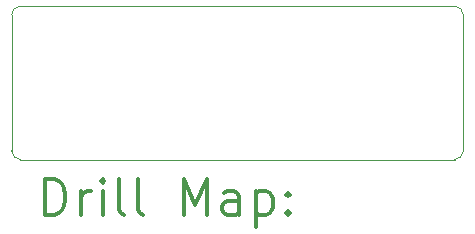
<source format=gbr>
%FSLAX45Y45*%
G04 Gerber Fmt 4.5, Leading zero omitted, Abs format (unit mm)*
G04 Created by KiCad (PCBNEW (5.1.5)-3) date 2021-10-17 15:34:26*
%MOMM*%
%LPD*%
G04 APERTURE LIST*
%TA.AperFunction,Profile*%
%ADD10C,0.050000*%
%TD*%
%ADD11C,0.200000*%
%ADD12C,0.300000*%
G04 APERTURE END LIST*
D10*
X17550000Y-6925000D02*
G75*
G02X17625000Y-6850000I75000J0D01*
G01*
X17625000Y-8150000D02*
G75*
G02X17550000Y-8075000I0J75000D01*
G01*
X21375000Y-8075000D02*
G75*
G02X21300000Y-8150000I-75000J0D01*
G01*
X21300000Y-6850000D02*
G75*
G02X21375000Y-6925000I0J-75000D01*
G01*
X21300000Y-6850000D02*
X17625000Y-6850000D01*
X21375000Y-8075000D02*
X21375000Y-6925000D01*
X17625000Y-8150000D02*
X21300000Y-8150000D01*
X17550000Y-6925000D02*
X17550000Y-8075000D01*
D11*
D12*
X17833928Y-8618214D02*
X17833928Y-8318214D01*
X17905357Y-8318214D01*
X17948214Y-8332500D01*
X17976786Y-8361071D01*
X17991071Y-8389643D01*
X18005357Y-8446786D01*
X18005357Y-8489643D01*
X17991071Y-8546786D01*
X17976786Y-8575357D01*
X17948214Y-8603929D01*
X17905357Y-8618214D01*
X17833928Y-8618214D01*
X18133928Y-8618214D02*
X18133928Y-8418214D01*
X18133928Y-8475357D02*
X18148214Y-8446786D01*
X18162500Y-8432500D01*
X18191071Y-8418214D01*
X18219643Y-8418214D01*
X18319643Y-8618214D02*
X18319643Y-8418214D01*
X18319643Y-8318214D02*
X18305357Y-8332500D01*
X18319643Y-8346786D01*
X18333928Y-8332500D01*
X18319643Y-8318214D01*
X18319643Y-8346786D01*
X18505357Y-8618214D02*
X18476786Y-8603929D01*
X18462500Y-8575357D01*
X18462500Y-8318214D01*
X18662500Y-8618214D02*
X18633928Y-8603929D01*
X18619643Y-8575357D01*
X18619643Y-8318214D01*
X19005357Y-8618214D02*
X19005357Y-8318214D01*
X19105357Y-8532500D01*
X19205357Y-8318214D01*
X19205357Y-8618214D01*
X19476786Y-8618214D02*
X19476786Y-8461072D01*
X19462500Y-8432500D01*
X19433928Y-8418214D01*
X19376786Y-8418214D01*
X19348214Y-8432500D01*
X19476786Y-8603929D02*
X19448214Y-8618214D01*
X19376786Y-8618214D01*
X19348214Y-8603929D01*
X19333928Y-8575357D01*
X19333928Y-8546786D01*
X19348214Y-8518214D01*
X19376786Y-8503929D01*
X19448214Y-8503929D01*
X19476786Y-8489643D01*
X19619643Y-8418214D02*
X19619643Y-8718214D01*
X19619643Y-8432500D02*
X19648214Y-8418214D01*
X19705357Y-8418214D01*
X19733928Y-8432500D01*
X19748214Y-8446786D01*
X19762500Y-8475357D01*
X19762500Y-8561072D01*
X19748214Y-8589643D01*
X19733928Y-8603929D01*
X19705357Y-8618214D01*
X19648214Y-8618214D01*
X19619643Y-8603929D01*
X19891071Y-8589643D02*
X19905357Y-8603929D01*
X19891071Y-8618214D01*
X19876786Y-8603929D01*
X19891071Y-8589643D01*
X19891071Y-8618214D01*
X19891071Y-8432500D02*
X19905357Y-8446786D01*
X19891071Y-8461072D01*
X19876786Y-8446786D01*
X19891071Y-8432500D01*
X19891071Y-8461072D01*
M02*

</source>
